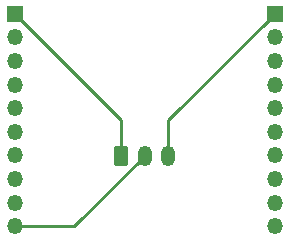
<source format=gbr>
%TF.GenerationSoftware,KiCad,Pcbnew,7.0.7*%
%TF.CreationDate,2023-10-04T23:52:19-06:00*%
%TF.ProjectId,FPV_3-Pin_Module,4650565f-332d-4506-996e-5f4d6f64756c,rev?*%
%TF.SameCoordinates,Original*%
%TF.FileFunction,Copper,L1,Top*%
%TF.FilePolarity,Positive*%
%FSLAX46Y46*%
G04 Gerber Fmt 4.6, Leading zero omitted, Abs format (unit mm)*
G04 Created by KiCad (PCBNEW 7.0.7) date 2023-10-04 23:52:19*
%MOMM*%
%LPD*%
G01*
G04 APERTURE LIST*
G04 Aperture macros list*
%AMRoundRect*
0 Rectangle with rounded corners*
0 $1 Rounding radius*
0 $2 $3 $4 $5 $6 $7 $8 $9 X,Y pos of 4 corners*
0 Add a 4 corners polygon primitive as box body*
4,1,4,$2,$3,$4,$5,$6,$7,$8,$9,$2,$3,0*
0 Add four circle primitives for the rounded corners*
1,1,$1+$1,$2,$3*
1,1,$1+$1,$4,$5*
1,1,$1+$1,$6,$7*
1,1,$1+$1,$8,$9*
0 Add four rect primitives between the rounded corners*
20,1,$1+$1,$2,$3,$4,$5,0*
20,1,$1+$1,$4,$5,$6,$7,0*
20,1,$1+$1,$6,$7,$8,$9,0*
20,1,$1+$1,$8,$9,$2,$3,0*%
G04 Aperture macros list end*
%TA.AperFunction,ComponentPad*%
%ADD10RoundRect,0.250000X-0.350000X-0.625000X0.350000X-0.625000X0.350000X0.625000X-0.350000X0.625000X0*%
%TD*%
%TA.AperFunction,ComponentPad*%
%ADD11O,1.200000X1.750000*%
%TD*%
%TA.AperFunction,ComponentPad*%
%ADD12R,1.350000X1.350000*%
%TD*%
%TA.AperFunction,ComponentPad*%
%ADD13O,1.350000X1.350000*%
%TD*%
%TA.AperFunction,Conductor*%
%ADD14C,0.250000*%
%TD*%
G04 APERTURE END LIST*
D10*
%TO.P,J1,1,Pin_1*%
%TO.N,Net-(J1-Pin_1)*%
X139550000Y-94160000D03*
D11*
%TO.P,J1,2,Pin_2*%
%TO.N,Net-(J1-Pin_2)*%
X141550000Y-94160000D03*
%TO.P,J1,3,Pin_3*%
%TO.N,Net-(J1-Pin_3)*%
X143550000Y-94160000D03*
%TD*%
D12*
%TO.P,J2,1,Pin_1*%
%TO.N,Net-(J1-Pin_1)*%
X130573800Y-82131000D03*
D13*
%TO.P,J2,2,Pin_2*%
%TO.N,unconnected-(J2-Pin_2-Pad2)*%
X130573800Y-84131000D03*
%TO.P,J2,3,Pin_3*%
%TO.N,unconnected-(J2-Pin_3-Pad3)*%
X130573800Y-86131000D03*
%TO.P,J2,4,Pin_4*%
%TO.N,unconnected-(J2-Pin_4-Pad4)*%
X130573800Y-88131000D03*
%TO.P,J2,5,Pin_5*%
%TO.N,unconnected-(J2-Pin_5-Pad5)*%
X130573800Y-90131000D03*
%TO.P,J2,6,Pin_6*%
%TO.N,unconnected-(J2-Pin_6-Pad6)*%
X130573800Y-92131000D03*
%TO.P,J2,7,Pin_7*%
%TO.N,unconnected-(J2-Pin_7-Pad7)*%
X130573800Y-94131000D03*
%TO.P,J2,8,Pin_8*%
%TO.N,unconnected-(J2-Pin_8-Pad8)*%
X130573800Y-96131000D03*
%TO.P,J2,9,Pin_9*%
%TO.N,unconnected-(J2-Pin_9-Pad9)*%
X130573800Y-98131000D03*
%TO.P,J2,10,Pin_10*%
%TO.N,Net-(J1-Pin_2)*%
X130573800Y-100131000D03*
%TD*%
D12*
%TO.P,J3,1,Pin_1*%
%TO.N,Net-(J1-Pin_3)*%
X152560000Y-82130000D03*
D13*
%TO.P,J3,2,Pin_2*%
%TO.N,unconnected-(J3-Pin_2-Pad2)*%
X152560000Y-84130000D03*
%TO.P,J3,3,Pin_3*%
%TO.N,unconnected-(J3-Pin_3-Pad3)*%
X152560000Y-86130000D03*
%TO.P,J3,4,Pin_4*%
%TO.N,unconnected-(J3-Pin_4-Pad4)*%
X152560000Y-88130000D03*
%TO.P,J3,5,Pin_5*%
%TO.N,unconnected-(J3-Pin_5-Pad5)*%
X152560000Y-90130000D03*
%TO.P,J3,6,Pin_6*%
%TO.N,unconnected-(J3-Pin_6-Pad6)*%
X152560000Y-92130000D03*
%TO.P,J3,7,Pin_7*%
%TO.N,unconnected-(J3-Pin_7-Pad7)*%
X152560000Y-94130000D03*
%TO.P,J3,8,Pin_8*%
%TO.N,unconnected-(J3-Pin_8-Pad8)*%
X152560000Y-96130000D03*
%TO.P,J3,9,Pin_9*%
%TO.N,unconnected-(J3-Pin_9-Pad9)*%
X152560000Y-98130000D03*
%TO.P,J3,10,Pin_10*%
%TO.N,unconnected-(J3-Pin_10-Pad10)*%
X152560000Y-100130000D03*
%TD*%
D14*
%TO.N,Net-(J1-Pin_1)*%
X139550000Y-91107200D02*
X130573800Y-82131000D01*
X139550000Y-94160000D02*
X139550000Y-91107200D01*
%TO.N,Net-(J1-Pin_2)*%
X141550000Y-94160000D02*
X135579000Y-100131000D01*
X135579000Y-100131000D02*
X130573800Y-100131000D01*
%TO.N,Net-(J1-Pin_3)*%
X143550000Y-94160000D02*
X143550000Y-91140000D01*
X143550000Y-91140000D02*
X152560000Y-82130000D01*
%TD*%
M02*

</source>
